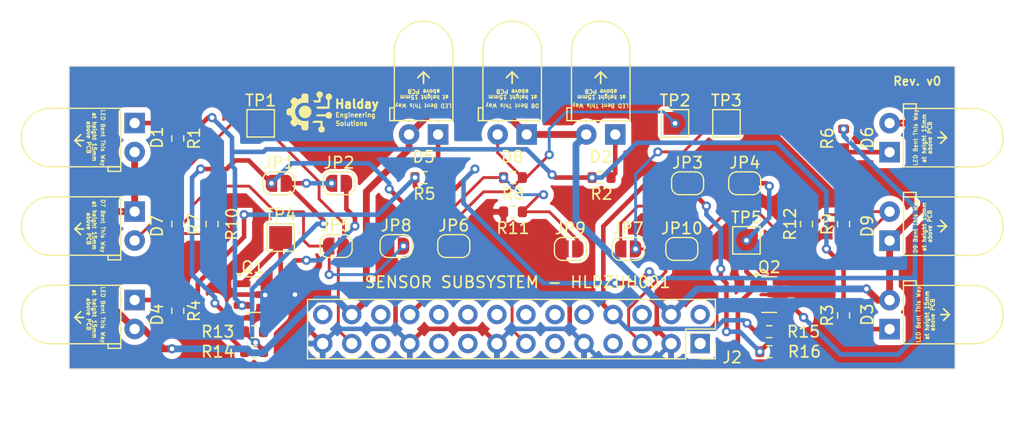
<source format=kicad_pcb>
(kicad_pcb (version 20240108) (generator "pcbnew") (generator_version "8.0")
  (layers (0 "F.Cu" signal) (31 "B.Cu" signal) (34 "B.Paste" user) (35 "F.Paste" user) (36 "B.SilkS" user "B.Silkscreen") (37 "F.SilkS" user "F.Silkscreen") (38 "B.Mask" user) (39 "F.Mask" user) (44 "Edge.Cuts" user))
  (net 0 "")
  (net 1 "+BATT")
  (net 2 "Net-(D1-K)")
  (net 3 "Net-(D2-K)")
  (net 4 "Net-(D3-K)")
  (net 5 "Net-(D4-K)")
  (net 6 "Net-(D5-K)")
  (net 7 "Net-(D6-K)")
  (net 8 "/PA3")
  (net 11 "GND")
  (net 22 "/PE15")
  (net 24 "Net-(JP1-B)")
  (net 25 "Net-(JP2-B)")
  (net 26 "Net-(JP3-B)")
  (net 27 "Net-(JP4-B)")
  (net 28 "Net-(JP5-A)")
  (net 29 "Net-(JP6-A)")
  (net 30 "Net-(JP10-B)")
  (net 31 "Net-(Q1-C)")
  (net 32 "Net-(Q2-C)")
  (net 33 "/AB0")
  (net 34 "/PA6")
  (net 38 "/PE8")
  (footprint "Resistor_SMD:R_0603_1608Metric" (layer "F.Cu") (at 211 92.325 90)
    (property "Reference" "R3")
    (property "Value" "39")
  )
  (footprint "Package_TO_SOT_SMD:SOT-23" (layer "F.Cu") (at 204.5 90.5)
    (property "Reference" "Q2")
    (property "Value" "Q_NPN_BCE")
  )
  (footprint "Resistor_SMD:R_0603_1608Metric" (layer "F.Cu") (at 152.75 91.925 -90)
    (property "Reference" "R4")
    (property "Value" "39")
  )
  (footprint "Package_TO_SOT_SMD:SOT-23" (layer "F.Cu") (at 159.3125 90.5)
    (property "Reference" "Q1")
    (property "Value" "Q_NPN_BCE")
  )
  (footprint "Resistor_SMD:R_0603_1608Metric" (layer "F.Cu") (at 204.5 93.75)
    (property "Reference" "R15")
    (property "Value" "4.7k")
  )
  (footprint "Resistor_SMD:R_0603_1608Metric" (layer "F.Cu") (at 204.5 95.5)
    (property "Reference" "R16")
    (property "Value" "1k")
  )
  (footprint "Jumper:SolderJumper-2_P1.3mm_Open_RoundedPad1.0x1.5mm" (layer "F.Cu") (at 166.85 80.75)
    (property "Reference" "JP2")
    (property "Value" "SolderJumper_2_Open")
  )
  (footprint "Resistor_SMD:R_0603_1608Metric" (layer "F.Cu") (at 182.075 80.25 180)
    (property "Reference" "R8")
    (property "Value" "10k")
  )
  (footprint "Jumper:SolderJumper-2_P1.3mm_Open_RoundedPad1.0x1.5mm" (layer "F.Cu") (at 187.1 86.5)
    (property "Reference" "JP9")
    (property "Value" "SolderJumper_2_Open")
  )
  (footprint "LED_THT:LED_D5.0mm_Horizontal_O1.27mm_Z15.0mm" (layer "F.Cu") (at 148.975 90.975 -90)
    (property "Reference" "D4")
    (property "Value" "IR LED")
  )
  (footprint "Jumper:SolderJumper-2_P1.3mm_Open_RoundedPad1.0x1.5mm" (layer "F.Cu") (at 166.6 86.25)
    (property "Reference" "JP5")
    (property "Value" "SolderJumper_2_Open")
  )
  (footprint "Resistor_SMD:R_0603_1608Metric" (layer "F.Cu") (at 152.75 76.825 -90)
    (property "Reference" "R1")
    (property "Value" "39")
  )
  (footprint "Resistor_SMD:R_0603_1608Metric" (layer "F.Cu") (at 174.325 80.25 180)
    (property "Reference" "R5")
    (property "Value" "39")
  )
  (footprint "LED_THT:LED_D5.0mm_Horizontal_O1.27mm_Z15.0mm" (layer "F.Cu") (at 215.025 85.775 90)
    (property "Reference" "D9")
    (property "Value" "D_Photo")
  )
  (footprint "Resistor_SMD:R_0603_1608Metric" (layer "F.Cu") (at 155.75 84.325 90)
    (property "Reference" "R10")
    (property "Value" "47k")
  )
  (footprint "LED_THT:LED_D5.0mm_Horizontal_O1.27mm_Z15.0mm" (layer "F.Cu") (at 175.525 76.475 180)
    (property "Reference" "D5")
    (property "Value" "IR LED")
  )
  (footprint "Jumper:SolderJumper-2_P1.3mm_Open_RoundedPad1.0x1.5mm" (layer "F.Cu") (at 161.6 80.75)
    (property "Reference" "JP1")
    (property "Value" "SolderJumper_2_Open")
  )
  (footprint "TestPoint:TestPoint_Pad_2.0x2.0mm" (layer "F.Cu") (at 196.25 75.5)
    (property "Reference" "TP2")
    (property "Value" "TestPoint")
  )
  (footprint "Jumper:SolderJumper-2_P1.3mm_Open_RoundedPad1.0x1.5mm" (layer "F.Cu") (at 176.9 86.25)
    (property "Reference" "JP6")
    (property "Value" "SolderJumper_2_Open")
  )
  (footprint "LED_THT:LED_D5.0mm_Horizontal_O1.27mm_Z15.0mm" (layer "F.Cu") (at 148.975 83.225 -90)
    (property "Reference" "D7")
    (property "Value" "D_Photo")
  )
  (footprint "Jumper:SolderJumper-2_P1.3mm_Open_RoundedPad1.0x1.5mm" (layer "F.Cu") (at 197.35 80.75)
    (property "Reference" "JP3")
    (property "Value" "SolderJumper_2_Open")
  )
  (footprint "Graphics:pcblogo" (layer "F.Cu") (at 164.25 74.5)
    (property "Reference" "G***" (hide yes))
    (property "Value" "LOGO" (hide yes))
  )
  (footprint "Resistor_SMD:R_0603_1608Metric" (layer "F.Cu") (at 152.75 84.325 -90)
    (property "Reference" "R7")
    (property "Value" "10k")
  )
  (footprint "Resistor_SMD:R_0603_1608Metric" (layer "F.Cu") (at 207.75 84.325 90)
    (property "Reference" "R12")
    (property "Value" "47k")
  )
  (footprint "Resistor_SMD:R_0603_1608Metric" (layer "F.Cu") (at 211 84.325 90)
    (property "Reference" "R9")
    (property "Value" "10k")
  )
  (footprint "Jumper:SolderJumper-2_P1.3mm_Open_RoundedPad1.0x1.5mm" (layer "F.Cu") (at 202.35 80.75)
    (property "Reference" "JP4")
    (property "Value" "SolderJumper_2_Open")
  )
  (footprint "Jumper:SolderJumper-2_P1.3mm_Open_RoundedPad1.0x1.5mm" (layer "F.Cu") (at 171.85 86.25)
    (property "Reference" "JP8")
    (property "Value" "SolderJumper_2_Open")
  )
  (footprint "Resistor_SMD:R_0603_1608Metric" (layer "F.Cu") (at 159.425 95.5)
    (property "Reference" "R14")
    (property "Value" "4.7k")
  )
  (footprint "LED_THT:LED_D5.0mm_Horizontal_O1.27mm_Z15.0mm" (layer "F.Cu") (at 148.975 75.475 -90)
    (property "Reference" "D1")
    (property "Value" "IR LED")
  )
  (footprint "LED_THT:LED_D5.0mm_Horizontal_O1.27mm_Z15.0mm" (layer "F.Cu") (at 215.025 93.525 90)
    (property "Reference" "D3")
    (property "Value" "IR LED")
  )
  (footprint "LED_THT:LED_D5.0mm_Horizontal_O1.27mm_Z15.0mm" (layer "F.Cu") (at 183.275 76.475 180)
    (property "Reference" "D8")
    (property "Value" "D_Photo")
  )
  (footprint "LED_THT:LED_D5.0mm_Horizontal_O1.27mm_Z15.0mm" (layer "F.Cu") (at 215.025 78.025 90)
    (property "Reference" "D6")
    (property "Value" "IR LED")
  )
  (footprint "TestPoint:TestPoint_Pad_2.0x2.0mm" (layer "F.Cu") (at 200.75 75.5)
    (property "Reference" "TP3")
    (property "Value" "TestPoint")
  )
  (footprint "Resistor_SMD:R_0603_1608Metric" (layer "F.Cu") (at 211 76.825 90)
    (property "Reference" "R6")
    (property "Value" "39")
  )
  (footprint "Resistor_SMD:R_0603_1608Metric" (layer "F.Cu") (at 159.425 93.75)
    (property "Reference" "R13")
    (property "Value" "1k")
  )
  (footprint "Connector_PinSocket_2.54mm:PinSocket_2x14_P2.54mm_Vertical" (layer "F.Cu") (at 198.45 94.79 -90)
    (property "Reference" "J2")
    (property "Value" "Conn_02x14_Odd_Even")
  )
  (footprint "TestPoint:TestPoint_Pad_2.0x2.0mm" (layer "F.Cu") (at 160 75.5)
    (property "Reference" "TP1")
    (property "Value" "TestPoint")
  )
  (footprint "LED_THT:LED_D5.0mm_Horizontal_O1.27mm_Z15.0mm" (layer "F.Cu") (at 191.025 76.475 180)
    (property "Reference" "D2")
    (property "Value" "IR LED")
  )
  (footprint "Jumper:SolderJumper-2_P1.3mm_Open_RoundedPad1.0x1.5mm" (layer "F.Cu") (at 196.85 86.5)
    (property "Reference" "JP10")
    (property "Value" "SolderJumper_2_Open")
  )
  (footprint "TestPoint:TestPoint_Pad_2.0x2.0mm" (layer "F.Cu") (at 161.75 85.5)
    (property "Reference" "TP4")
    (property "Value" "TestPoint")
  )
  (footprint "Resistor_SMD:R_0603_1608Metric" (layer "F.Cu") (at 182.075 83.25 180)
    (property "Reference" "R11")
    (property "Value" "47k")
  )
  (footprint "Resistor_SMD:R_0603_1608Metric" (layer "F.Cu") (at 189.825 80.25 180)
    (property "Reference" "R2")
    (property "Value" "39")
  )
  (footprint "Jumper:SolderJumper-2_P1.3mm_Open_RoundedPad1.0x1.5mm" (layer "F.Cu") (at 192.15 86.5)
    (property "Reference" "JP7")
    (property "Value" "SolderJumper_2_Open")
  )
  (footprint "TestPoint:TestPoint_Pad_2.0x2.0mm" (layer "F.Cu") (at 202.5 85.75)
    (property "Reference" "TP5")
    (property "Value" "TestPoint")
  )
  (gr_line (start 144.5 77) (end 143.75 77) (stroke (width 0.15)) (layer "F.SilkS"))
  (gr_line (start 220.25 92.25) (end 219.75 92.75) (stroke (width 0.15)) (layer "F.SilkS"))
  (gr_line (start 143.75 92.5) (end 144.25 92) (stroke (width 0.15)) (layer "F.SilkS"))
  (gr_line (start 144.5 92.5) (end 143.75 92.5) (stroke (width 0.15)) (layer "F.SilkS"))
  (gr_line (start 182 72) (end 182 71) (stroke (width 0.15)) (layer "F.SilkS"))
  (gr_line (start 182 71) (end 182.5 71.5) (stroke (width 0.15)) (layer "F.SilkS"))
  (gr_line (start 174.25 72) (end 174.25 71) (stroke (width 0.15)) (layer "F.SilkS"))
  (gr_line (start 220.25 92.25) (end 219.75 91.75) (stroke (width 0.15)) (layer "F.SilkS"))
  (gr_line (start 219.25 76.75) (end 220 76.75) (stroke (width 0.15)) (layer "F.SilkS"))
  (gr_line (start 174.25 71) (end 174.75 71.5) (stroke (width 0.15)) (layer "F.SilkS"))
  (gr_line (start 182 71) (end 181.5 71.5) (stroke (width 0.15)) (layer "F.SilkS"))
  (gr_line (start 174.25 71) (end 173.75 71.5) (stroke (width 0.15)) (layer "F.SilkS"))
  (gr_line (start 144.5 84.75) (end 143.75 84.75) (stroke (width 0.15)) (layer "F.SilkS"))
  (gr_line (start 220 76.75) (end 219.5 77.25) (stroke (width 0.15)) (layer "F.SilkS"))
  (gr_line (start 143.75 84.75) (end 144.25 84.25) (stroke (width 0.15)) (layer "F.SilkS"))
  (gr_line (start 143.75 92.5) (end 144.25 93) (stroke (width 0.15)) (layer "F.SilkS"))
  (gr_line (start 220 84.5) (end 219.5 84) (stroke (width 0.15)) (layer "F.SilkS"))
  (gr_line (start 189.75 71) (end 190.25 71.5) (stroke (width 0.15)) (layer "F.SilkS"))
  (gr_line (start 220 76.75) (end 219.5 76.25) (stroke (width 0.15)) (layer "F.SilkS"))
  (gr_line (start 219.25 84.5) (end 220 84.5) (stroke (width 0.15)) (layer "F.SilkS"))
  (gr_line (start 219.5 92.25) (end 220.25 92.25) (stroke (width 0.15)) (layer "F.SilkS"))
  (gr_line (start 143.75 84.75) (end 144.25 85.25) (stroke (width 0.15)) (layer "F.SilkS"))
  (gr_line (start 189.75 71) (end 189.25 71.5) (stroke (width 0.15)) (layer "F.SilkS"))
  (gr_line (start 220 84.5) (end 219.5 85) (stroke (width 0.15)) (layer "F.SilkS"))
  (gr_line (start 189.75 72) (end 189.75 71) (stroke (width 0.15)) (layer "F.SilkS"))
  (gr_line (start 143.75 77) (end 144.25 76.5) (stroke (width 0.15)) (layer "F.SilkS"))
  (gr_line (start 143.75 77) (end 144.25 77.5) (stroke (width 0.15)) (layer "F.SilkS"))
  (gr_rect (start 143.25 70.5) (end 220.75 97) (stroke (width 0.1)) (fill none) (layer "Edge.Cuts"))
  (gr_text "Engineering" (at 166.5 75 0) (layer "F.SilkS") (effects (font (size 0.4 0.4) (thickness 0.0875)) (justify left bottom)))
  (gr_text "D7 Bent This Way" (at 146 82.1 -90) (layer "F.SilkS") (effects (font (size 0.35 0.35) (thickness 0.075) (bold yes)) (justify left bottom)))
  (gr_text "at height 15mm" (at 218.25 79 90) (layer "F.SilkS") (effects (font (size 0.35 0.35) (thickness 0.0875)) (justify left bottom)))
  (gr_text "LED Bent This Way" (at 146 89.75 -90) (layer "F.SilkS") (effects (font (size 0.35 0.35) (thickness 0.075) (bold yes)) (justify left bottom)))
  (gr_text "above PCB" (at 218.75 78.25 90) (layer "F.SilkS") (effects (font (size 0.35 0.35) (thickness 0.0875)) (justify left bottom)))
  (gr_text "above PCB" (at 191.25 72.5 180) (layer "F.SilkS") (effects (font (size 0.35 0.35) (thickness 0.0875)) (justify left bottom)))
  (gr_text "Halday" (at 166.4 74.25 0) (layer "F.SilkS") (effects (font (size 0.75 0.75) (thickness 0.1875) (bold yes)) (justify left bottom)))
  (gr_text "LED Bent This Way" (at 217.5 79.25 90) (layer "F.SilkS") (effects (font (size 0.35 0.35) (thickness 0.075) (bold yes)) (justify left bottom)))
  (gr_text "LED Bent This Way" (at 217.75 94.75 90) (layer "F.SilkS") (effects (font (size 0.35 0.35) (thickness 0.075) (bold yes)) (justify left bottom)))
  (gr_text "at height 15mm" (at 176.5 73 180) (layer "F.SilkS") (effects (font (size 0.35 0.35) (thickness 0.0875)) (justify left bottom)))
  (gr_text "at height 15mm" (at 192 73 180) (layer "F.SilkS") (effects (font (size 0.35 0.35) (thickness 0.0875)) (justify left bottom)))
  (gr_text "at height 15mm" (at 218.5 94.5 90) (layer "F.SilkS") (effects (font (size 0.35 0.35) (thickness 0.0875)) (justify left bottom)))
  (gr_text "above PCB" (at 144.75 83.25 -90) (layer "F.SilkS") (effects (font (size 0.35 0.35) (thickness 0.0875)) (justify left bottom)))
  (gr_text "at height 15mm" (at 218.25 86.75 90) (layer "F.SilkS") (effects (font (size 0.35 0.35) (thickness 0.0875)) (justify left bottom)))
  (gr_text "above PCB" (at 144.75 90.75 -90) (layer "F.SilkS") (effects (font (size 0.35 0.35) (thickness 0.0875)) (justify left bottom)))
  (gr_text "above PCB" (at 183.5 72.5 180) (layer "F.SilkS") (effects (font (size 0.35 0.35) (thickness 0.0875)) (justify left bottom)))
  (gr_text "LED Bent This Way" (at 146 74.25 -90) (layer "F.SilkS") (effects (font (size 0.35 0.35) (thickness 0.075) (bold yes)) (justify left bottom)))
  (gr_text "above PCB" (at 219 93.75 90) (layer "F.SilkS") (effects (font (size 0.35 0.35) (thickness 0.0875)) (justify left bottom)))
  (gr_text "above PCB" (at 144.75 75.25 -90) (layer "F.SilkS") (effects (font (size 0.35 0.35) (thickness 0.0875)) (justify left bottom)))
  (gr_text "above PCB" (at 175.75 72.5 180) (layer "F.SilkS") (effects (font (size 0.35 0.35) (thickness 0.0875)) (justify left bottom)))
  (gr_text "LED Bent This Way" (at 192.25 73.75 180) (layer "F.SilkS") (effects (font (size 0.35 0.35) (thickness 0.075) (bold yes)) (justify left bottom)))
  (gr_text "at height 15mm" (at 145.25 90 270) (layer "F.SilkS") (effects (font (size 0.35 0.35) (thickness 0.0875)) (justify left bottom)))
  (gr_text "Rev. v0" (at 215.25 72.25 0) (layer "F.SilkS") (effects (font (size 0.75 0.75)) (justify left bottom)))
  (gr_text "D9 Bent This Way" (at 217.5 86.9 90) (layer "F.SilkS") (effects (font (size 0.35 0.35) (thickness 0.075) (bold yes)) (justify left bottom)))
  (gr_text "LED Bent This Way" (at 176.75 73.75 180) (layer "F.SilkS") (effects (font (size 0.35 0.35) (thickness 0.075) (bold yes)) (justify left bottom)))
  (gr_text "D8 Bent This Way" (at 184.4 73.75 180) (layer "F.SilkS") (effects (font (size 0.35 0.35) (thickness 0.075) (bold yes)) (justify left bottom)))
  (gr_text "Solutions" (at 166.5 75.75 0) (layer "F.SilkS") (effects (font (size 0.4 0.4) (thickness 0.0875)) (justify left bottom)))
  (gr_text "SENSOR SUBSYSTEM - HLDZUH001" (at 169 90 0) (layer "F.SilkS") (effects (font (size 1 1)) (justify left bottom)))
  (gr_text "at height 15mm" (at 184.25 73 180) (layer "F.SilkS") (effects (font (size 0.35 0.35) (thickness 0.0875)) (justify left bottom)))
  (gr_text "at height 15mm" (at 145.25 74.5 270) (layer "F.SilkS") (effects (font (size 0.35 0.35) (thickness 0.0875)) (justify left bottom)))
  (gr_text "at height 15mm" (at 145.25 82.25 270) (layer "F.SilkS") (effects (font (size 0.35 0.35) (thickness 0.0875)) (justify left bottom)))
  (gr_text "above PCB" (at 218.75 86 90) (layer "F.SilkS") (effects (font (size 0.35 0.35) (thickness 0.0875)) (justify left bottom)))
  (segment (start 216.985 75.485) (end 215.025 75.485) (width 0.6) (layer "F.Cu") (net 1))
  (segment (start 152.25 95.25) (end 151.5 95.25) (width 0.6) (layer "F.Cu") (net 1))
  (segment (start 148.975 83.225) (end 148.975 78.015) (width 0.6) (layer "F.Cu") (net 1))
  (segment (start 172.985 76.475) (end 175.46 74) (width 0.6) (layer "F.Cu") (net 1))
  (segment (start 147.275 83.225) (end 148.975 83.225) (width 0.6) (layer "F.Cu") (net 1))
  (segment (start 148.975 93.515) (end 146.5 91.04) (width 0.6) (layer "F.Cu") (net 1))
  (segment (start 146.5 91.04) (end 146.5 84) (width 0.6) (layer "F.Cu") (net 1))
  (segment (start 218 82.8) (end 218 76.5) (width 0.6) (layer "F.Cu") (net 1))
  (segment (start 169.25 90.97) (end 167.97 92.25) (width 0.6) (layer "F.Cu") (net 1))
  (segment (start 172.985 76.475) (end 172.985 77.747792) (width 0.6) (layer "F.Cu") (net 1))
  (segment (start 175.46 74) (end 180.8 74) (width 0.6) (layer "F.Cu") (net 1))
  (segment (start 169.25 81.482792) (end 169.25 90.97) (width 0.6) (layer "F.Cu") (net 1))
  (segment (start 151.5 95.25) (end 149.765 93.515) (width 0.6) (layer "F.Cu") (net 1))
  (segment (start 180.8 74) (end 183.275 76.475) (width 0.6) (layer "F.Cu") (net 1))
  (segment (start 149.765 93.515) (end 148.975 93.515) (width 0.6) (layer "F.Cu") (net 1))
  (segment (start 188.485 76.475) (end 183.275 76.475) (width 0.6) (layer "F.Cu") (net 1))
  (segment (start 213.985 90.985) (end 213 90) (width 0.6) (layer "F.Cu") (net 1))
  (segment (start 215.025 85.775) (end 218 82.8) (width 0.6) (layer "F.Cu") (net 1))
  (segment (start 215.025 90.985) (end 215.025 85.775) (width 0.6) (layer "F.Cu") (net 1))
  (segment (start 215.025 90.985) (end 213.985 90.985) (width 0.6) (layer "F.Cu") (net 1))
  (segment (start 172.985 77.747792) (end 169.25 81.482792) (width 0.6) (layer "F.Cu") (net 1))
  (segment (start 218 76.5) (end 216.985 75.485) (width 0.6) (layer "F.Cu") (net 1))
  (segment (start 146.5 84) (end 147.275 83.225) (width 0.6) (layer "F.Cu") (net 1))
  (via (at 152.25 95.25) (size 0.8) (drill 0.4) (layers "F.Cu" "B.Cu") (net 1))
  (via (at 213 90) (size 0.8) (drill 0.4) (layers "F.Cu" "B.Cu") (net 1))
  (segment (start 159.177207 95.6) (end 160.170811 95.6) (width 0.6) (layer "B.Cu") (net 1))
  (segment (start 187.585 77.375) (end 187.585 83.925) (width 0.6) (layer "B.Cu") (net 1))
  (segment (start 152.25 95.25) (end 158.827207 95.25) (width 0.6) (layer "B.Cu") (net 1))
  (segment (start 198.16 90) (end 195.91 92.25) (width 0.6) (layer "B.Cu") (net 1))
  (segment (start 213 90) (end 198.16 90) (width 0.6) (layer "B.Cu") (net 1))
  (segment (start 160.170811 95.6) (end 164.870811 90.9) (width 0.6) (layer "B.Cu") (net 1))
  (segment (start 188.485 76.475) (end 187.585 77.375) (width 0.6) (layer "B.Cu") (net 1))
  (segment (start 187.585 83.925) (end 195.91 92.25) (width 0.6) (layer "B.Cu") (net 1))
  (segment (start 164.870811 90.9) (end 166.62 90.9) (width 0.6) (layer "B.Cu") (net 1))
  (segment (start 158.827207 95.25) (end 159.177207 95.6) (width 0.6) (layer "B.Cu") (net 1))
  (segment (start 166.62 90.9) (end 167.97 92.25) (width 0.6) (layer "B.Cu") (net 1))
  (segment (start 148.975 75.475) (end 152.225 75.475) (width 0.4) (layer "F.Cu") (net 2))
  (segment (start 152.225 75.475) (end 152.75 76) (width 0.4) (layer "F.Cu") (net 2))
  (segment (start 191.025 79.875) (end 190.65 80.25) (width 0.4) (layer "F.Cu") (net 3))
  (segment (start 191.025 76.475) (end 191.025 79.875) (width 0.4) (layer "F.Cu") (net 3))
  (segment (start 215.025 93.525) (end 211.375 93.525) (width 0.4) (layer "F.Cu") (net 4))
  (segment (start 211.375 93.525) (end 211 93.15) (width 0.4) (layer "F.Cu") (net 4))
  (segment (start 148.975 90.975) (end 152.625 90.975) (width 0.4) (layer "F.Cu") (net 5))
  (segment (start 152.625 90.975) (end 152.75 91.1) (width 0.4) (layer "F.Cu") (net 5))
  (segment (start 175.525 76.475) (end 175.525 79.875) (width 0.4) (layer "F.Cu") (net 6))
  (segment (start 175.525 79.875) (end 175.15 80.25) (width 0.4) (layer "F.Cu") (net 6))
  (segment (start 215.025 78.025) (end 211.375 78.025) (width 0.4) (layer "F.Cu") (net 7))
  (segment (start 211.375 78.025) (end 211 77.65) (width 0.4) (layer "F.Cu") (net 7))
  (segment (start 192.195 91.763299) (end 192.195 93.615) (width 0.25) (layer "F.Cu") (net 8))
  (segment (start 193.5 86.5) (end 195.47915 88.479149) (width 0.25) (layer "F.Cu") (net 8))
  (segment (start 213.11 85.15) (end 211 85.15) (width 0.25) (layer "F.Cu") (net 8))
  (segment (start 192.195 93.615) (end 193.37 94.79) (width 0.25) (layer "F.Cu") (net 8))
  (segment (start 199.5 75.5) (end 197 78) (width 0.25) (layer "F.Cu") (net 8))
  (segment (start 215.025 83.235) (end 213.11 85.15) (width 0.25) (layer "F.Cu") (net 8))
  (segment (start 200.75 75.5) (end 205.25 75.5) (width 0.25) (layer "F.Cu") (net 8))
  (segment (start 212.985 83.235) (end 215.025 83.235) (width 0.25) (layer "F.Cu") (net 8))
  (segment (start 192.8 86.5) (end 193.5 86.5) (width 0.25) (layer "F.Cu") (net 8))
  (segment (start 197 78) (end 194.75 78) (width 0.25) (layer "F.Cu") (net 8))
  (segment (start 205.25 75.5) (end 212.985 83.235) (width 0.25) (layer "F.Cu") (net 8))
  (segment (start 200.75 75.5) (end 199.5 75.5) (width 0.25) (layer "F.Cu") (net 8))
  (segment (start 195.47915 88.479149) (end 192.195 91.763299) (width 0.25) (layer "F.Cu") (net 8))
  (via (at 192.8 86.5) (size 0.8) (drill 0.4) (layers "F.Cu" "B.Cu") (net 8))
  (via (at 194.75 78) (size 0.8) (drill 0.4) (layers "F.Cu" "B.Cu") (net 8))
  (segment (start 194.75 78) (end 192.8 79.95) (width 0.25) (layer "B.Cu") (net 8))
  (segment (start 192.8 79.95) (end 192.8 86.5) (width 0.25) (layer "B.Cu") (net 8))
  (segment (start 157.2375 89.168026) (end 157.2375 89.931974) (width 0.4) (layer "F.Cu") (net 11))
  (segment (start 186.45 87.45) (end 186.45 86.5) (width 0.4) (layer "F.Cu") (net 11))
  (segment (start 195.91 94.79) (end 194.66 93.54) (width 0.4) (layer "F.Cu") (net 11))
  (segment (start 180.67 94.79) (end 179.38 93.5) (width 0.4) (layer "F.Cu") (net 11))
  (segment (start 155.75 83.5) (end 156.55 82.7) (width 0.4) (layer "F.Cu") (net 11))
  (segment (start 157.2375 89.931974) (end 157.805526 90.5) (width 0.4) (layer "F.Cu") (net 11))
  (segment (start 171.8 87.372759) (end 171.2 86.772759) (width 0.4) (layer "F.Cu") (net 11))
  (segment (start 171.8 93.54) (end 171.8 87.372759) (width 0.4) (layer "F.Cu") (net 11))
  (segment (start 187.04 88.04) (end 186.45 87.45) (width 0.4) (layer "F.Cu") (net 11))
  (segment (start 159.5 86.905526) (end 157.2375 89.168026) (width 0.4) (layer "F.Cu") (net 11))
  (segment (start 159.45 82.7) (end 159.5 82.75) (width 0.4) (layer "F.Cu") (net 11))
  (segment (start 165.43 94.79) (end 163 92.36) (width 0.4) (layer "F.Cu") (net 11))
  (segment (start 194.66 90.245) (end 196.2 88.705) (width 0.4) (layer "F.Cu") (net 11))
  (segment (start 179.38 93.5) (end 174.34 93.5) (width 0.4) (layer "F.Cu") (net 11))
  (segment (start 174.34 93.5) (end 173.05 94.79) (width 0.4) (layer "F.Cu") (net 11))
  (segment (start 196.2 88.705) (end 196.2 86.5) (width 0.4) (layer "F.Cu") (net 11))
  (segment (start 173.05 94.79) (end 171.8 93.54) (width 0.4) (layer "F.Cu") (net 11))
  (segment (start 163 92.36) (end 163 90.5) (width 0.4) (layer "F.Cu") (net 11))
  (segment (start 157.805526 90.5) (end 160.25 90.5) (width 0.4) (layer "F.Cu") (net 11))
  (segment (start 194.66 93.54) (end 194.66 90.245) (width 0.4) (layer "F.Cu") (net 11))
  (segment (start 156.55 82.7) (end 159.45 82.7) (width 0.4) (layer "F.Cu") (net 11))
  (segment (start 188.29 94.79) (end 187.04 93.54) (width 0.4) (layer "F.Cu") (net 11))
  (segment (start 187.04 93.54) (end 187.04 88.04) (width 0.4) (layer "F.Cu") (net 11))
  (segment (start 171.2 86.772759) (end 171.2 86.25) (width 0.4) (layer "F.Cu") (net 11))
  (segment (start 159.5 82.75) (end 159.5 86.905526) (width 0.4) (layer "F.Cu") (net 11))
  (via (at 160.390686 90.540686) (size 0.8) (drill 0.4) (layers "F.Cu" "B.Cu") (net 11))
  (via (at 163 90.5) (size 0.8) (drill 0.4) (layers "F.Cu" "B.Cu") (net 11))
  (segment (start 171.76 93.5) (end 166.72 93.5) (width 0.4) (layer "B.Cu") (net 11))
  (segment (start 188.29 94.79) (end 187 93.5) (width 0.4) (layer "B.Cu") (net 11))
  (segment (start 181.96 93.5) (end 180.67 94.79) (width 0.4) (layer "B.Cu") (net 11))
  (segment (start 195.91 94.79) (end 194.66 96.04) (width 0.4) (layer "B.Cu") (net 11))
  (segment (start 166.72 93.5) (end 165.43 94.79) (width 0.4) (layer "B.Cu") (net 11))
  (segment (start 163 90.5) (end 160.431372 90.5) (width 0.4) (layer "B.Cu") (net 11))
  (segment (start 189.54 96.04) (end 188.29 94.79) (width 0.4) (layer "B.Cu") (net 11))
  (segment (start 173.05 94.79) (end 171.76 93.5) (width 0.4) (layer "B.Cu") (net 11))
  (segment (start 194.66 96.04) (end 189.54 96.04) (width 0.4) (layer "B.Cu") (net 11))
  (segment (start 160.431372 90.5) (end 160.390686 90.540686) (width 0.4) (layer "B.Cu") (net 11))
  (segment (start 187 93.5) (end 181.96 93.5) (width 0.4) (layer "B.Cu") (net 11))
  (segment (start 189.98 91.4) (end 190.83 92.25) (width 0.4) (layer "F.Cu") (net 22))
  (segment (start 196.7 80.75) (end 193.75 80.75) (width 0.4) (layer "F.Cu") (net 22))
  (segment (start 189.98 84.52) (end 189.98 91.4) (width 0.4) (layer "F.Cu") (net 22))
  (segment (start 203.675 93.75) (end 203.3 93.75) (width 0.4) (layer "F.Cu") (net 22))
  (segment (start 203.3 93.75) (end 202.55 93) (width 0.4) (layer "F.Cu") (net 22))
  (segment (start 193.75 80.75) (end 189.98 84.52) (width 0.4) (layer "F.Cu") (net 22))
  (via (at 202.55 93) (size 0.8) (drill 0.4) (layers "F.Cu" "B.Cu") (net 22))
  (segment (start 202.3 92.75) (end 200.49 92.75) (width 0.4) (layer "B.Cu") (net 22))
  (segment (start 192.08 93.5) (end 190.83 92.25) (width 0.4) (layer "B.Cu") (net 22))
  (segment (start 200.49 92.75) (end 199.74 93.5) (width 0.4) (layer "B.Cu") (net 22))
  (segment (start 199.74 93.5) (end 192.08 93.5) (width 0.4) (layer "B.Cu") (net 22))
  (segment (start 202.55 93) (end 202.3 92.75) (width 0.4) (layer "B.Cu") (net 22))
  (segment (start 162.25 80.75) (end 165.5 84) (width 0.4) (layer "F.Cu") (net 24))
  (segment (start 160.25 95.4) (end 159.55 94.7) (width 0.4) (layer "F.Cu") (net 24))
  (segment (start 160.25 95.5) (end 160.25 95.4) (width 0.4) (layer "F.Cu") (net 24))
  (segment (start 162.25 80.75) (end 164 80.75) (width 0.4) (layer "F.Cu") (net 24))
  (segment (start 159.55 94.7) (end 158.6 93.75) (width 0.4) (layer "F.Cu") (net 24))
  (segment (start 165.5 84) (end 165.5 84.3) (width 0.4) (layer "F.Cu") (net 24))
  (via (at 165.5 84.3) (size 0.8) (drill 0.4) (layers "F.Cu" "B.Cu") (net 24))
  (via (at 166.2 80.75) (size 0.8) (drill 0.4) (layers "F.Cu" "B.Cu") (net 24))
  (via (at 159.55 94.7) (size 0.8) (drill 0.4) (layers "F.Cu" "B.Cu") (net 24))
  (via (at 164 80.75) (size 0.8) (drill 0.4) (layers "F.Cu" "B.Cu") (net 24))
  (segment (start 164.95 84.3) (end 159.25 90) (width 0.4) (layer "B.Cu") (net 24))
  (segment (start 159.25 90) (end 159.25 94.4) (width 0.4) (layer "B.Cu") (net 24))
  (segment (start 159.25 94.4) (end 159.55 94.7) (width 0.4) (layer "B.Cu") (net 24))
  (segment (start 164 80.75) (end 166.2 80.75) (width 0.4) (layer "B.Cu") (net 24))
  (segment (start 165.5 84.3) (end 164.95 84.3) (width 0.4) (layer "B.Cu") (net 24))
  (segment (start 163 87.5) (end 164 87.5) (width 0.4) (layer "F.Cu") (net 25))
  (segment (start 161.75 92.25) (end 160.25 93.75) (width 0.4) (layer "F.Cu") (net 25))
  (segment (start 168.25 83.75) (end 167.5 83) (width 0.4) (layer "F.Cu") (net 25))
  (segment (start 161.75 88.75) (end 161.75 92.25) (width 0.4) (layer "F.Cu") (net 25))
  (segment (start 167.5 83) (end 167.5 80.75) (width 0.4) (layer "F.Cu") (net 25))
  (segment (start 161.75 85.5) (end 161.75 88.75) (width 0.4) (layer "F.Cu") (net 25))
  (segment (start 161.75 86.175) (end 161.75 85.5) (width 0.4) (layer "F.Cu") (net 25))
  (segment (start 161.75 88.75) (end 163 87.5) (width 0.4) (layer "F.Cu") (net 25))
  (segment (start 158.375 89.55) (end 161.75 86.175) (width 0.4) (layer "F.Cu") (net 25))
  (segment (start 168.25 84.5) (end 168.25 83.75) (width 0.4) (layer "F.Cu") (net 25))
  (via (at 168.25 84.5) (size 0.8) (drill 0.4) (layers "F.Cu" "B.Cu") (net 25))
  (via (at 164 87.5) (size 0.8) (drill 0.4) (layers "F.Cu" "B.Cu") (net 25))
  (segment (start 164 87.5) (end 165.25 87.5) (width 0.4) (layer "B.Cu") (net 25))
  (segment (start 165.25 87.5) (end 168.25 84.5) (width 0.4) (layer "B.Cu") (net 25))
  (segment (start 205.325 93.75) (end 205.325 93.85) (width 0.4) (layer "F.Cu") (net 26))
  (segment (start 201.7 80.75) (end 198 80.75) (width 0.4) (layer "F.Cu") (net 26))
  (segment (start 198 81.75) (end 199 82.75) (width 0.4) (layer "F.Cu") (net 26))
  (segment (start 205.325 93.85) (end 203.675 95.5) (width 0.4) (layer "F.Cu") (net 26))
  (segment (start 198 80.75) (end 198 81.75) (width 0.4) (layer "F.Cu") (net 26))
  (segment (start 200.25 89) (end 200.75 89.5) (width 0.4) (layer "F.Cu") (net 26))
  (segment (start 200.75 89.5) (end 200.75 93.75) (width 0.4) (layer "F.Cu") (net 26))
  (segment (start 200.25 88.25) (end 200.25 89) (width 0.4) (layer "F.Cu") (net 26))
  (via (at 200.75 93.75) (size 0.8) (drill 0.4) (layers "F.Cu" "B.Cu") (net 26))
  (via (at 203.675 95.5) (size 0.8) (drill 0.4) (layers "F.Cu" "B.Cu") (net 26))
  (via (at 199 82.75) (size 0.8) (drill 0.4) (layers "F.Cu" "B.Cu") (net 26))
  (via (at 200.25 88.25) (size 0.8) (drill 0.4) (layers "F.Cu" "B.Cu") (net 26))
  (segment (start 201.925 93.75) (end 203.675 95.5) (width 0.4) (layer "B.Cu") (net 26))
  (segment (start 199 82.75) (end 199 83.5) (width 0.4) (layer "B.Cu") (net 26))
  (segment (start 200.25 84.75) (end 200.25 88.25) (width 0.4) (layer "B.Cu") (net 26))
  (segment (start 199 83.5) (end 200.25 84.75) (width 0.4) (layer "B.Cu") (net 26))
  (segment (start 200.75 93.75) (end 201.925 93.75) (width 0.4) (layer "B.Cu") (net 26))
  (segment (start 201.75 95.25) (end 201.75 91.3625) (width 0.4) (layer "F.Cu") (net 27))
  (segment (start 203 80.75) (end 204.25 80.75) (width 0.4) (layer "F.Cu") (net 27))
  (segment (start 204.45 96.375) (end 202.875 96.375) (width 0.4) (layer "F.Cu") (net 27))
  (segment (start 201.75 91.3625) (end 203.5625 89.55) (width 0.4) (layer "F.Cu") (net 27))
  (segment (start 204.25 80.75) (end 204.5 81) (width 0.4) (layer "F.Cu") (net 27))
  (segment (start 202.5 88.4875) (end 202.5 85.75) (width 0.4) (layer "F.Cu") (net 27))
  (segment (start 202.875 96.375) (end 201.75 95.25) (width 0.4) (layer "F.Cu") (net 27))
  (segment (start 203.5625 89.55) (end 202.5 88.4875) (width 0.4) (layer "F.Cu") (net 27))
  (segment (start 205.325 95.5) (end 204.45 96.375) (width 0.4) (layer "F.Cu") (net 27))
  (via (at 204.5 81) (size 0.8) (drill 0.4) (layers "F.Cu" "B.Cu") (net 27))
  (via (at 202.5 85.75) (size 0.8) (drill 0.4) (layers "F.Cu" "B.Cu") (net 27))
  (segment (start 204.5 81) (end 204.5 83.75) (width 0.4) (layer "B.Cu") (net 27))
  (segment (start 204.5 83.75) (end 202.5 85.75) (width 0.4) (layer "B.Cu") (net 27))
  (segment (start 155.75 85.15) (end 152.75 85.15) (width 0.25) (layer "F.Cu") (net 28))
  (segment (start 152.75 85.15) (end 152.75 84.225) (width 0.25) (layer "F.Cu") (net 28))
  (segment (start 154 82.75) (end 155.75 81) (width 0.25) (layer "F.Cu") (net 28))
  (segment (start 152.75 84.225) (end 153.248004 84.225) (width 0.25) (layer "F.Cu") (net 28))
  (segment (start 163.75 83.25) (end 163.75 85.75) (width 0.25) (layer "F.Cu") (net 28))
  (segment (start 166 86.35) (end 166 88.75) (width 0.25) (layer "F.Cu") (net 28))
  (segment (start 161.25 83.25) (end 163.75 83.25) (width 0.25) (layer "F.Cu") (net 28))
  (segment (start 159 81) (end 161.25 83.25) (width 0.25) (layer "F.Cu") (net 28))
  (segment (start 165.95 86.25) (end 165.95 86.3) (width 0.25) (layer "F.Cu") (net 28))
  (segment (start 165.95 86.3) (end 166 86.35) (width 0.25) (layer "F.Cu") (net 28))
  (segment (start 154 83.473004) (end 154 82.75) (width 0.25) (layer "F.Cu") (net 28))
  (segment (start 153.248004 84.225) (end 154 83.473004) (width 0.25) (layer "F.Cu") (net 28))
  (segment (start 163.75 85.75) (end 164.25 86.25) (width 0.25) (layer "F.Cu") (net 28))
  (segment (start 155.75 81) (end 159 81) (width 0.25) (layer "F.Cu") (net 28))
  (segment (start 164.25 86.25) (end 165.95 86.25) (width 0.25) (layer "F.Cu") (net 28))
  (via (at 166 88.75) (size 0.8) (drill 0.4) (layers "F.Cu" "B.Cu") (net 28))
  (via (at 172.5 86.25) (size 0.8) (drill 0.4) (layers "F.Cu" "B.Cu") (net 28))
  (segment (start 166 88.75) (end 170 88.75) (width 0.25) (layer "B.Cu") (net 28))
  (segment (start 170 88.75) (end 172.5 86.25) (width 0.25) (layer "B.Cu") (net 28))
  (segment (start 184.4 81.75) (end 182.9 83.25) (width 0.25) (layer "F.Cu") (net 29))
  (segment (start 179.5 80.25) (end 176.25 83.5) (width 0.25) (layer "F.Cu") (net 29))
  (segment (start 181.25 80.25) (end 179.5 80.25) (width 0.25) (layer "F.Cu") (net 29))
  (segment (start 176.25 83.5) (end 176.25 86.25) (width 0.25) (layer "F.Cu") (net 29))
  (segment (start 185.255 83.25) (end 187.75 85.745) (width 0.25) (layer "F.Cu") (net 29))
  (segment (start 187.75 85.745) (end 187.75 86.5) (width 0.25) (layer "F.Cu") (net 29))
  (segment (start 184.75 81.75) (end 184.4 81.75) (width 0.25) (layer "F.Cu") (net 29))
  (segment (start 182.9 83.25) (end 185.255 83.25) (width 0.25) (layer "F.Cu") (net 29))
  (via (at 181.25 80.25) (size 0.8) (drill 0.4) (layers "F.Cu" "B.Cu") (net 29))
  (via (at 184.75 81.75) (size 0.8) (drill 0.4) (layers "F.Cu" "B.Cu") (net 29))
  (segment (start 182.75 81.75) (end 181.25 80.25) (width 0.25) (layer "B.Cu") (net 29))
  (segment (start 184.75 81.75) (end 182.75 81.75) (width 0.25) (layer "B.Cu") (net 29))
  (segment (start 203.75 83.5) (end 200.5 83.5) (width 0.25) (layer "F.Cu") (net 30))
  (segment (start 197.5 83.75) (end 196.5 82.75) (width 0.25) (layer "F.Cu") (net 30))
  (segment (start 191.5 84.25) (end 191.5 86.5) (width 0.25) (layer "F.Cu") (net 30))
  (segment (start 211 83.5) (end 209.4 83.5) (width 0.25) (layer "F.Cu") (net 30))
  (segment (start 196.5 82.75) (end 193 82.75) (width 0.25) (layer "F.Cu") (net 30))
  (segment (start 200.5 83.5) (end 197.5 86.5) (width 0.25) (layer "F.Cu") (net 30))
  (segment (start 197.5 86.5) (end 197.5 83.75) (width 0.25) (layer "F.Cu") (net 30))
  (segment (start 207.75 85.15) (end 205.4 85.15) (width 0.25) (layer "F.Cu") (net 30))
  (segment (start 209.4 83.5) (end 207.75 85.15) (width 0.25) (layer "F.Cu") (net 30))
  (segment (start 193 82.75) (end 191.5 84.25) (width 0.25) (layer "F.Cu") (net 30))
  (segment (start 205.4 85.15) (end 203.75 83.5) (width 0.25) (layer "F.Cu") (net 30))
  (segment (start 211 88) (end 209.5 86.5) (width 0.4) (layer "F.Cu") (net 31))
  (segment (start 155.75 75) (end 155.4 75) (width 0.4) (layer "F.Cu") (net 31))
  (segment (start 155.4 75) (end 152.75 77.65) (width 0.4) (layer "F.Cu") (net 31))
  (segment (start 189 80.25) (end 185.75 80.25) (width 0.4) (layer "F.Cu") (net 31))
  (segment (start 185.75 80.25) (end 185.5 80) (width 0.4) (layer "F.Cu") (net 31))
  (segment (start 211 91.5) (end 211 88) (width 0.4) (layer "F.Cu") (net 31))
  (via (at 189 80.25) (size 0.8) (drill 0.4) (layers "F.Cu" "B.Cu") (net 31))
  (via (at 155.75 75) (size 0.8) (drill 0.4) (layers "F.Cu" "B.Cu") (net 31))
  (via (at 185.5 80) (size 0.8) (drill 0.4) (layers "F.Cu" "B.Cu") (net 31))
  (via (at 209.5 86.5) (size 0.8) (drill 0.4) (layers "F.Cu" "B.Cu") (net 31))
  (via (at 158.375 91.45) (size 0.8) (drill 0.4) (layers "F.Cu" "B.Cu") (net 31))
  (segment (start 160.475 77.775) (end 160.25 78) (width 0.4) (layer "B.Cu") (net 31))
  (segment (start 157.5 79.25) (end 157.75 79.5) (width 0.4) (layer "B.Cu") (net 31))
  (segment (start 183.275 77.775) (end 160.475 77.775) (width 0.4) (layer "B.Cu") (net 31))
  (segment (start 185.5 80) (end 183.275 77.775) (width 0.4) (layer "B.Cu") (net 31))
  (segment (start 209.5 81.5) (end 205.2 77.2) (width 0.4) (layer "B.Cu") (net 31))
  (segment (start 205.2 77.2) (end 192.9 77.2) (width 0.4) (layer "B.Cu") (net 31))
  (segment (start 157.5 76.75) (end 157.5 78) (width 0.4) (layer "B.Cu") (net 31))
  (segment (start 160.25 78) (end 157.5 78) (width 0.4) (layer "B.Cu") (net 31))
  (segment (start 157.75 79.5) (end 157.75 90.825) (width 0.4) (layer "B.Cu") (net 31))
  (segment (start 209.5 86.5) (end 209.5 81.5) (width 0.4) (layer "B.Cu") (net 31))
  (segment (start 157.75 90.825) (end 158.375 91.45) (width 0.4) (layer "B.Cu") (net 31))
  (segment (start 157.5 78) (end 157.5 79.25) (width 0.4) (layer "B.Cu") (net 31))
  (segment (start 189.85 80.25) (end 189 80.25) (width 0.4) (layer "B.Cu") (net 31))
  (segment (start 155.75 75) (end 157.5 76.75) (width 0.4) (layer "B.Cu") (net 31))
  (segment (start 192.9 77.2) (end 189.85 80.25) (width 0.4) (layer "B.Cu") (net 31))
  (segment (start 158.55 85.45) (end 154.5 89.5) (width 0.4) (layer "F.Cu") (net 32))
  (segment (start 154.5 91.65) (end 153.4 92.75) (width 0.4) (layer "F.Cu") (net 32))
  (segment (start 178.75 79.5) (end 176.5 81.75) (width 0.4) (layer "F.Cu") (net 32))
  (segment (start 154.5 89.5) (end 154.5 91.65) (width 0.4) (layer "F.Cu") (net 32))
  (segment (start 193 89.5) (end 194 88.5) (width 0.4) (layer "F.Cu") (net 32))
  (segment (start 158.55 83.5) (end 158.55 85.45) (width 0.4) (layer "F.Cu") (net 32))
  (segment (start 153.4 92.75) (end 152.75 92.75) (width 0.4) (layer "F.Cu") (net 32))
  (segment (start 203.5625 91.45) (end 206.45 91.45) (width 0.4) (layer "F.Cu") (net 32))
  (segment (start 173.5 81) (end 173.5 80.25) (width 0.4) (layer "F.Cu") (net 32))
  (segment (start 206.45 91.45) (end 207.5 92.5) (width 0.4) (layer "F.Cu") (net 32))
  (segment (start 174.25 81.75) (end 173.5 81) (width 0.4) (layer "F.Cu") (net 32))
  (segment (start 191 89.5) (end 193 89.5) (width 0.4) (layer "F.Cu") (net 32))
  (segment (start 176.5 81.75) (end 174.25 81.75) (width 0.4) (layer "F.Cu") (net 32))
  (via (at 173.5 80.25) (size 0.8) (drill 0.4) (layers "F.Cu" "B.Cu") (net 32))
  (via (at 194 88.5) (size 0.8) (drill 0.4) (layers "F.Cu" "B.Cu") (net 32))
  (via (at 191 89.5) (size 0.8) (drill 0.4) (layers "F.Cu" "B.Cu") (net 32))
  (via (at 211 76) (size 0.8) (drill 0.4) (layers "F.Cu" "B.Cu") (net 32))
  (via (at 178.75 79.5) (size 0.8) (drill 0.4) (layers "F.Cu" "B.Cu") (net 32))
  (via (at 207.5 92.5) (size 0.8) (drill 0.4) (layers "F.Cu" "B.Cu") (net 32))
  (via (at 158.55 83.5) (size 0.8) (drill 0.4) (layers "F.Cu" "B.Cu") (net 32))
  (segment (start 178.75 79.5) (end 177.75 80.5) (width 0.4) (layer "B.Cu") (net 32))
  (segment (start 207.5 92.5) (end 210.75 95.75) (width 0.4) (layer "B.Cu") (net 32))
  (segment (start 170.25 83.5) (end 173.5 80.25) (width 0.4) (layer "B.Cu") (net 32))
  (segment (start 211 76.6) (end 211 76) (width 0.4) (layer "B.Cu") (net 32))
  (segment (start 194.55 89.05) (end 216.95 89.05) (width 0.4) (layer "B.Cu") (net 32))
  (segment (start 215.75 95.75) (end 217.25 94.25) (width 0.4) (layer "B.Cu") (net 32))
  (segment (start 184.75 89.5) (end 191 89.5) (width 0.4) (layer "B.Cu") (net 32))
  (segment (start 177.75 80.5) (end 177.75 82.5) (width 0.4) (layer "B.Cu") (net 32))
  (segment (start 217.25 94.25) (end 217.25 88.75) (width 0.4) (layer "B.Cu") (net 32))
  (segment (start 217.25 88.75) (end 217.25 82.85) (width 0.4) (layer "B.Cu") (net 32))
  (segment (start 158.55 83.5) (end 170.25 83.5) (width 0.4) (layer "B.Cu") (net 32))
  (segment (start 194 88.5) (end 194.55 89.05) (width 0.4) (layer "B.Cu") (net 32))
  (segment (start 216.95 89.05) (end 217.25 88.75) (width 0.4) (layer "B.Cu") (net 32))
  (segment (start 217.25 82.85) (end 211 76.6) (width 0.4) (layer "B.Cu") (net 32))
  (segment (start 210.75 95.75) (end 215.75 95.75) (width 0.4) (layer "B.Cu") (net 32))
  (segment (start 177.75 82.5) (end 184.75 89.5) (width 0.4) (layer "B.Cu") (net 32))
  (segment (start 165.114909 80.614909) (end 165.114909 82.114909) (width 0.25) (layer "F.Cu") (net 33))
  (segment (start 166.795 93.615) (end 167.97 94.79) (width 0.25) (layer "F.Cu") (net 33))
  (segment (start 165.114909 82.114909) (end 167.25 84.25) (width 0.25) (layer "F.Cu") (net 33))
  (segment (start 152.75 83.5) (end 152.75 80.25) (width 0.25) (layer "F.Cu") (net 33))
  (segment (start 152.75 80.25) (end 157.5 75.5) (width 0.25) (layer "F.Cu") (net 33))
  (segment (start 157.5 75.5) (end 160 75.5) (width 0.25) (layer "F.Cu") (net 33))
  (segment (start 167.25 84.25) (end 167.25 86.25) (width 0.25) (layer "F.Cu") (net 33))
  (segment (start 151.24 83.5) (end 152.75 83.5) (width 0.25) (layer "F.Cu") (net 33))
  (segment (start 166.795 86.705) (end 166.795 93.615) (width 0.25) (layer "F.Cu") (net 33))
  (segment (start 148.975 85.765) (end 151.24 83.5) (width 0.25) (layer "F.Cu") (net 33))
  (segment (start 167.25 86.25) (end 166.795 86.705) (width 0.25) (layer "F.Cu") (net 33))
  (segment (start 160 75.5) (end 165.114909 80.614909) (width 0.25) (layer "F.Cu") (net 33))
  (segment (start 180.735 78.085) (end 182.9 80.25) (width 0.25) (layer "F.Cu") (net 34))
  (segment (start 180.735 76.475) (end 180.735 78.085) (width 0.25) (layer "F.Cu") (net 34))
  (segment (start 182 90.7) (end 182 93.58) (width 0.25) (layer "F.Cu") (net 34))
  (segment (start 183.25 80.25) (end 185.25 78.25) (width 0.25) (layer "F.Cu") (net 34))
  (segment (start 177.55 86.25) (end 182 90.7) (width 0.25) (layer "F.Cu") (net 34))
  (segment (start 177.55 86.25) (end 177.55 83.45) (width 0.25) (layer "F.Cu") (net 34))
  (segment (start 182.9 80.25) (end 183.25 80.25) (width 0.25) (layer "F.Cu") (net 34))
  (segment (start 181.65 81.5) (end 182.9 80.25) (width 0.25) (layer "F.Cu") (net 34))
  (segment (start 177.55 83.45) (end 179.5 81.5) (width 0.25) (layer "F.Cu") (net 34))
  (segment (start 179.5 81.5) (end 181.65 81.5) (width 0.25) (layer "F.Cu") (net 34))
  (segment (start 182 93.58) (end 183.21 94.79) (width 0.25) (layer "F.Cu") (net 34))
  (via (at 185.25 78.25) (size 0.8) (drill 0.4) (layers "F.Cu" "B.Cu") (net 34))
  (via (at 196.25 75.5) (size 0.8) (drill 0.4) (layers "F.Cu" "B.Cu") (net 34))
  (segment (start 185.25 78.25) (end 185.25 76) (width 0.25) (layer "B.Cu") (net 34))
  (segment (start 195.25 74.5) (end 196.25 75.5) (width 0.25) (layer "B.Cu") (net 34))
  (segment (start 185.25 76) (end 186.75 74.5) (width 0.25) (layer "B.Cu") (net 34))
  (segment (start 186.75 74.5) (end 195.25 74.5) (width 0.25) (layer "B.Cu") (net 34))
  (segment (start 157.775306 78.75) (end 158.95 78.75) (width 0.4) (layer "F.Cu") (net 38))
  (segment (start 158.95 78.75) (end 160.95 80.75) (width 0.4) (layer "F.Cu") (net 38))
  (segment (start 158.6 95.5) (end 157.174264 94.074264) (width 0.4) (layer "F.Cu") (net 38))
  (segment (start 154.75 79.5) (end 157.025306 79.5) (width 0.4) (layer "F.Cu") (net 38))
  (segment (start 174.25 91.05) (end 174.25 84.25) (width 0.4) (layer "F.Cu") (net 38))
  (segment (start 157.174264 94.074264) (end 157.174264 92.424264) (width 0.4) (layer "F.Cu") (net 38))
  (segment (start 174.25 84.25) (end 171.25 81.25) (width 0.4) (layer "F.Cu") (net 38))
  (segment (start 173.05 92.25) (end 174.25 91.05) (width 0.4) (layer "F.Cu") (net 38))
  (segment (start 157.174264 92.424264) (end 156 91.25) (width 0.4) (layer "F.Cu") (net 38))
  (segment (start 157.025306 79.5) (end 157.775306 78.75) (width 0.4) (layer "F.Cu") (net 38))
  (via (at 171.25 81.25) (size 0.8) (drill 0.4) (layers "F.Cu" "B.Cu") (net 38))
  (via (at 156 91.25) (size 0.8) (drill 0.4) (layers "F.Cu" "B.Cu") (net 38))
  (via (at 154.75 79.5) (size 0.8) (drill 0.4) (layers "F.Cu" "B.Cu") (net 38))
  (via (at 160.95 80.75) (size 0.8) (drill 0.4) (layers "F.Cu" "B.Cu") (net 38))
  (segment (start 171.25 81.25) (end 171.25 80.75) (width 0.4) (layer "B.Cu") (net 38))
  (segment (start 154 88.75) (end 156 90.75) (width 0.4) (layer "B.Cu") (net 38))
  (segment (start 156 90.75) (end 156 91.25) (width 0.4) (layer "B.Cu") (net 38))
  (segment (start 171.25 80.75) (end 169.5 79) (width 0.4) (layer "B.Cu") (net 38))
  (segment (start 154 80.25) (end 154 88.75) (width 0.4) (layer "B.Cu") (net 38))
  (segment (start 154.75 79.5) (end 154 80.25) (width 0.4) (layer "B.Cu") (net 38))
  (segment (start 169.5 79) (end 162.7 79) (width 0.4) (layer "B.Cu") (net 38))
  (segment (start 162.7 79) (end 160.95 80.75) (width 0.4) (layer "B.Cu") (net 38))
  (zone (net 11) (net_name "GND") (layer "F.Cu") (connect_pads (clearance 0.5)) (min_thickness 0.25) (fill yes (thermal_gap 0.5) (thermal_bridge_width 0.5))
    (polygon (pts (xy 143.25 70.5) (xy 143.25 97) (xy 220.75 97) (xy 220.75 70.5)))
  )
  (zone (net 11) (net_name "GND") (layer "B.Cu") (priority 1) (connect_pads (clearance 0.5)) (min_thickness 0.25) (fill yes (thermal_gap 0.5) (thermal_bridge_width 0.5))
    (polygon (pts (xy 143.25 70.5) (xy 143.25 97) (xy 220.75 97) (xy 220.75 70.5)))
  )
)
</source>
